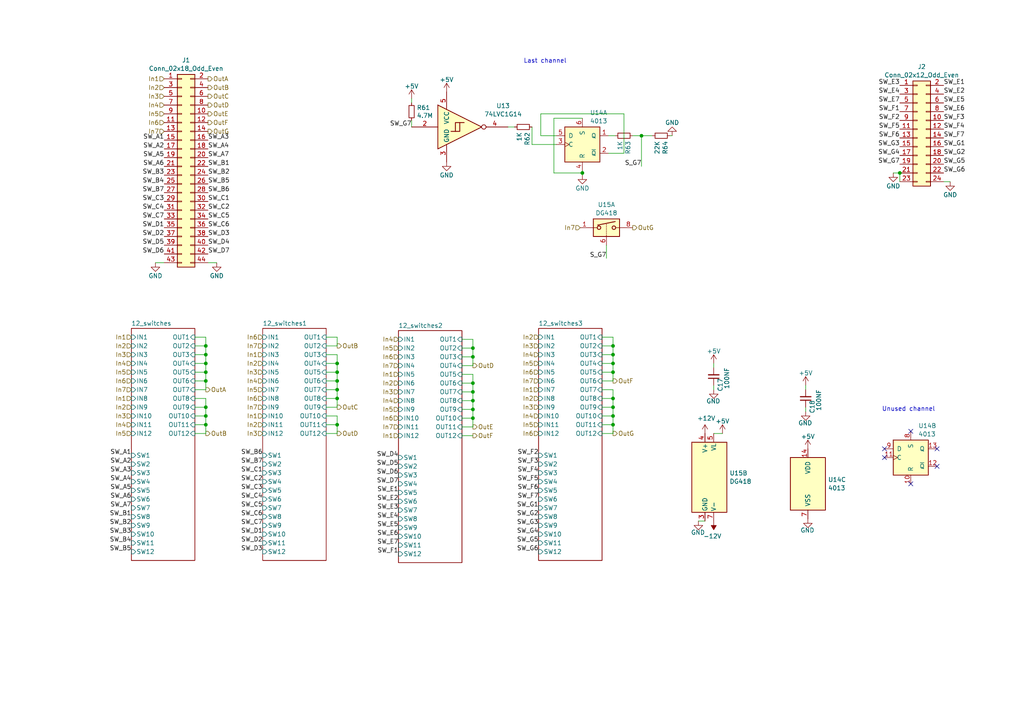
<source format=kicad_sch>
(kicad_sch (version 20231120) (generator "eeschema") (generator_version "8.0")
  (paper "A4")
  (lib_symbols
    (symbol "4xxx:4013" (pin_names (offset 1.016))
      (property "Reference" "U" (at -7.62 8.89 0))
      (property "Value" "4013" (at -7.62 -8.89 0))
      (symbol "4013_1_1"
        (rectangle (start -5.08 5.08) (end 5.08 -5.08) (stroke (width 0.254)) (fill (type background)))
        (pin output line (at 7.62 2.54 180) (length 2.54) (name "Q") (number "1"))
        (pin output line (at 7.62 -2.54 180) (length 2.54) (name "~{Q}") (number "2"))
        (pin input clock (at -7.62 0 0) (length 2.54) (name "C") (number "3"))
        (pin input line (at 0 -7.62 90) (length 2.54) (name "R") (number "4"))
        (pin input line (at -7.62 2.54 0) (length 2.54) (name "D") (number "5"))
        (pin input line (at 0 7.62 270) (length 2.54) (name "S") (number "6"))
      )
      (symbol "4013_2_1"
        (rectangle (start -5.08 5.08) (end 5.08 -5.08) (stroke (width 0.254)) (fill (type background)))
        (pin input line (at 0 -7.62 90) (length 2.54) (name "R") (number "10"))
        (pin input clock (at -7.62 0 0) (length 2.54) (name "C") (number "11"))
        (pin output line (at 7.62 -2.54 180) (length 2.54) (name "~{Q}") (number "12"))
        (pin output line (at 7.62 2.54 180) (length 2.54) (name "Q") (number "13"))
        (pin input line (at 0 7.62 270) (length 2.54) (name "S") (number "8"))
        (pin input line (at -7.62 2.54 0) (length 2.54) (name "D") (number "9"))
      )
      (symbol "4013_3_0"
        (pin power_in line (at 0 10.16 270) (length 2.54) (name "VDD") (number "14"))
        (pin power_in line (at 0 -10.16 90) (length 2.54) (name "VSS") (number "7"))
      )
      (symbol "4013_3_1"
        (rectangle (start -5.08 7.62) (end 5.08 -7.62) (stroke (width 0.254)) (fill (type background)))
      )
    )
    (symbol "74xGxx:74LVC1G14"
      (property "Reference" "U" (at 0 3.81 0))
      (property "Value" "74LVC1G14" (at 0 -3.81 0))
      (symbol "74LVC1G14_0_1"
        (polyline (pts (xy -7.62 6.35) (xy -7.62 -6.35) (xy 5.08 0) (xy -7.62 6.35)) (stroke (width 0.254)) (fill (type background)))
      )
      (symbol "74LVC1G14_1_1"
        (polyline (pts (xy -3.81 -1.27) (xy -1.27 -1.27) (xy -1.27 1.27)) (stroke (width 0.254)))
        (polyline (pts (xy -2.54 -1.27) (xy -2.54 1.27) (xy 0 1.27)) (stroke (width 0.254)))
        (pin no_connect line (at -7.62 5.08 180) (length 5.08) hide (name "NC") (number "1"))
        (pin input line (at -15.24 0 0) (length 7.62) (name "~") (number "2"))
        (pin power_in line (at -5.08 -10.16 90) (length 5.08) (name "GND") (number "3"))
        (pin output inverted (at 12.7 0 180) (length 7.62) (name "~") (number "4"))
        (pin power_in line (at -5.08 10.16 270) (length 5.08) (name "VCC") (number "5"))
      )
    )
    (symbol "Analog_Switch:ADG417BN" (pin_names (offset 0.254))
      (property "Reference" "U" (at -3.175 5.334 0))
      (property "Value" "ADG417BN" (at -3.175 3.556 0))
      (symbol "ADG417BN_1_1"
        (rectangle (start -3.81 2.54) (end 3.81 -2.54) (stroke (width 0.254)) (fill (type background)))
        (circle (center -2.159 0) (radius 0.508) (stroke (width 0.254)))
        (polyline (pts (xy -5.08 0) (xy -2.794 0)))
        (polyline (pts (xy -2.54 0.762) (xy 2.54 1.778)) (stroke (width 0.254)))
        (polyline (pts (xy 0 -2.54) (xy 0 -2.032)))
        (polyline (pts (xy 0 -1.778) (xy 0 -1.524)))
        (polyline (pts (xy 0 -1.27) (xy 0 -1.016)))
        (polyline (pts (xy 0 -0.762) (xy 0 -0.508)))
        (polyline (pts (xy 0 -0.254) (xy 0 0)))
        (polyline (pts (xy 0 0.254) (xy 0 0.508)))
        (polyline (pts (xy 0 0.762) (xy 0 1.016)))
        (polyline (pts (xy 5.08 0) (xy 2.794 0)))
        (circle (center 2.159 0) (radius 0.508) (stroke (width 0.254)))
        (pin passive line (at -7.62 0 0) (length 2.54) (name "~") (number "1"))
        (pin input line (at 0 -5.08 90) (length 2.54) (name "~") (number "6"))
        (pin passive line (at 7.62 0 180) (length 2.54) (name "~") (number "8"))
      )
      (symbol "ADG417BN_2_0"
        (pin no_connect line (at -2.54 10.16 270) (length 2.54) hide (name "NC") (number "2"))
        (pin power_in line (at 0 -12.7 90) (length 2.54) (name "GND") (number "3"))
        (pin power_in line (at 0 12.7 270) (length 2.54) (name "V+") (number "4"))
        (pin power_in line (at 2.54 12.7 270) (length 2.54) (name "VL") (number "5"))
        (pin power_in line (at 2.54 -12.7 90) (length 2.54) (name "V-") (number "7"))
      )
      (symbol "ADG417BN_2_1"
        (rectangle (start -3.81 10.16) (end 6.35 -10.16) (stroke (width 0.254)) (fill (type background)))
      )
    )
    (symbol "Connector_Generic:Conn_02x12_Odd_Even" (pin_names (offset 1.016) hide)
      (property "Reference" "J" (at 1.27 15.24 0))
      (property "Value" "Conn_02x12_Odd_Even" (at 1.27 -17.78 0))
      (symbol "Conn_02x12_Odd_Even_1_1"
        (rectangle (start -1.27 -15.113) (end 0 -15.367) (stroke (width 0.1524)))
        (rectangle (start -1.27 -12.573) (end 0 -12.827) (stroke (width 0.1524)))
        (rectangle (start -1.27 -10.033) (end 0 -10.287) (stroke (width 0.1524)))
        (rectangle (start -1.27 -7.493) (end 0 -7.747) (stroke (width 0.1524)))
        (rectangle (start -1.27 -4.953) (end 0 -5.207) (stroke (width 0.1524)))
        (rectangle (start -1.27 -2.413) (end 0 -2.667) (stroke (width 0.1524)))
        (rectangle (start -1.27 0.127) (end 0 -0.127) (stroke (width 0.1524)))
        (rectangle (start -1.27 2.667) (end 0 2.413) (stroke (width 0.1524)))
        (rectangle (start -1.27 5.207) (end 0 4.953) (stroke (width 0.1524)))
        (rectangle (start -1.27 7.747) (end 0 7.493) (stroke (width 0.1524)))
        (rectangle (start -1.27 10.287) (end 0 10.033) (stroke (width 0.1524)))
        (rectangle (start -1.27 12.827) (end 0 12.573) (stroke (width 0.1524)))
        (rectangle (start -1.27 13.97) (end 3.81 -16.51) (stroke (width 0.254)) (fill (type background)))
        (rectangle (start 3.81 -15.113) (end 2.54 -15.367) (stroke (width 0.1524)))
        (rectangle (start 3.81 -12.573) (end 2.54 -12.827) (stroke (width 0.1524)))
        (rectangle (start 3.81 -10.033) (end 2.54 -10.287) (stroke (width 0.1524)))
        (rectangle (start 3.81 -7.493) (end 2.54 -7.747) (stroke (width 0.1524)))
        (rectangle (start 3.81 -4.953) (end 2.54 -5.207) (stroke (width 0.1524)))
        (rectangle (start 3.81 -2.413) (end 2.54 -2.667) (stroke (width 0.1524)))
        (rectangle (start 3.81 0.127) (end 2.54 -0.127) (stroke (width 0.1524)))
        (rectangle (start 3.81 2.667) (end 2.54 2.413) (stroke (width 0.1524)))
        (rectangle (start 3.81 5.207) (end 2.54 4.953) (stroke (width 0.1524)))
        (rectangle (start 3.81 7.747) (end 2.54 7.493) (stroke (width 0.1524)))
        (rectangle (start 3.81 10.287) (end 2.54 10.033) (stroke (width 0.1524)))
        (rectangle (start 3.81 12.827) (end 2.54 12.573) (stroke (width 0.1524)))
        (pin passive line (at -5.08 12.7 0) (length 3.81) (name "Pin_1") (number "1"))
        (pin passive line (at 7.62 2.54 180) (length 3.81) (name "Pin_10") (number "10"))
        (pin passive line (at -5.08 0 0) (length 3.81) (name "Pin_11") (number "11"))
        (pin passive line (at 7.62 0 180) (length 3.81) (name "Pin_12") (number "12"))
        (pin passive line (at -5.08 -2.54 0) (length 3.81) (name "Pin_13") (number "13"))
        (pin passive line (at 7.62 -2.54 180) (length 3.81) (name "Pin_14") (number "14"))
        (pin passive line (at -5.08 -5.08 0) (length 3.81) (name "Pin_15") (number "15"))
        (pin passive line (at 7.62 -5.08 180) (length 3.81) (name "Pin_16") (number "16"))
        (pin passive line (at -5.08 -7.62 0) (length 3.81) (name "Pin_17") (number "17"))
        (pin passive line (at 7.62 -7.62 180) (length 3.81) (name "Pin_18") (number "18"))
        (pin passive line (at -5.08 -10.16 0) (length 3.81) (name "Pin_19") (number "19"))
        (pin passive line (at 7.62 12.7 180) (length 3.81) (name "Pin_2") (number "2"))
        (pin passive line (at 7.62 -10.16 180) (length 3.81) (name "Pin_20") (number "20"))
        (pin passive line (at -5.08 -12.7 0) (length 3.81) (name "Pin_21") (number "21"))
        (pin passive line (at 7.62 -12.7 180) (length 3.81) (name "Pin_22") (number "22"))
        (pin passive line (at -5.08 -15.24 0) (length 3.81) (name "Pin_23") (number "23"))
        (pin passive line (at 7.62 -15.24 180) (length 3.81) (name "Pin_24") (number "24"))
        (pin passive line (at -5.08 10.16 0) (length 3.81) (name "Pin_3") (number "3"))
        (pin passive line (at 7.62 10.16 180) (length 3.81) (name "Pin_4") (number "4"))
        (pin passive line (at -5.08 7.62 0) (length 3.81) (name "Pin_5") (number "5"))
        (pin passive line (at 7.62 7.62 180) (length 3.81) (name "Pin_6") (number "6"))
        (pin passive line (at -5.08 5.08 0) (length 3.81) (name "Pin_7") (number "7"))
        (pin passive line (at 7.62 5.08 180) (length 3.81) (name "Pin_8") (number "8"))
        (pin passive line (at -5.08 2.54 0) (length 3.81) (name "Pin_9") (number "9"))
      )
    )
    (symbol "Connector_Generic:Conn_02x22_Odd_Even" (pin_names (offset 1.016) hide)
      (property "Reference" "J" (at 1.27 27.94 0))
      (property "Value" "Conn_02x22_Odd_Even" (at 1.27 -30.48 0))
      (symbol "Conn_02x22_Odd_Even_1_1"
        (rectangle (start -1.27 -27.813) (end 0 -28.067) (stroke (width 0.1524)))
        (rectangle (start -1.27 -25.273) (end 0 -25.527) (stroke (width 0.1524)))
        (rectangle (start -1.27 -22.733) (end 0 -22.987) (stroke (width 0.1524)))
        (rectangle (start -1.27 -20.193) (end 0 -20.447) (stroke (width 0.1524)))
        (rectangle (start -1.27 -17.653) (end 0 -17.907) (stroke (width 0.1524)))
        (rectangle (start -1.27 -15.113) (end 0 -15.367) (stroke (width 0.1524)))
        (rectangle (start -1.27 -12.573) (end 0 -12.827) (stroke (width 0.1524)))
        (rectangle (start -1.27 -10.033) (end 0 -10.287) (stroke (width 0.1524)))
        (rectangle (start -1.27 -7.493) (end 0 -7.747) (stroke (width 0.1524)))
        (rectangle (start -1.27 -4.953) (end 0 -5.207) (stroke (width 0.1524)))
        (rectangle (start -1.27 -2.413) (end 0 -2.667) (stroke (width 0.1524)))
        (rectangle (start -1.27 0.127) (end 0 -0.127) (stroke (width 0.1524)))
        (rectangle (start -1.27 2.667) (end 0 2.413) (stroke (width 0.1524)))
        (rectangle (start -1.27 5.207) (end 0 4.953) (stroke (width 0.1524)))
        (rectangle (start -1.27 7.747) (end 0 7.493) (stroke (width 0.1524)))
        (rectangle (start -1.27 10.287) (end 0 10.033) (stroke (width 0.1524)))
        (rectangle (start -1.27 12.827) (end 0 12.573) (stroke (width 0.1524)))
        (rectangle (start -1.27 15.367) (end 0 15.113) (stroke (width 0.1524)))
        (rectangle (start -1.27 17.907) (end 0 17.653) (stroke (width 0.1524)))
        (rectangle (start -1.27 20.447) (end 0 20.193) (stroke (width 0.1524)))
        (rectangle (start -1.27 22.987) (end 0 22.733) (stroke (width 0.1524)))
        (rectangle (start -1.27 25.527) (end 0 25.273) (stroke (width 0.1524)))
        (rectangle (start -1.27 26.67) (end 3.81 -29.21) (stroke (width 0.254)) (fill (type background)))
        (rectangle (start 3.81 -27.813) (end 2.54 -28.067) (stroke (width 0.1524)))
        (rectangle (start 3.81 -25.273) (end 2.54 -25.527) (stroke (width 0.1524)))
        (rectangle (start 3.81 -22.733) (end 2.54 -22.987) (stroke (width 0.1524)))
        (rectangle (start 3.81 -20.193) (end 2.54 -20.447) (stroke (width 0.1524)))
        (rectangle (start 3.81 -17.653) (end 2.54 -17.907) (stroke (width 0.1524)))
        (rectangle (start 3.81 -15.113) (end 2.54 -15.367) (stroke (width 0.1524)))
        (rectangle (start 3.81 -12.573) (end 2.54 -12.827) (stroke (width 0.1524)))
        (rectangle (start 3.81 -10.033) (end 2.54 -10.287) (stroke (width 0.1524)))
        (rectangle (start 3.81 -7.493) (end 2.54 -7.747) (stroke (width 0.1524)))
        (rectangle (start 3.81 -4.953) (end 2.54 -5.207) (stroke (width 0.1524)))
        (rectangle (start 3.81 -2.413) (end 2.54 -2.667) (stroke (width 0.1524)))
        (rectangle (start 3.81 0.127) (end 2.54 -0.127) (stroke (width 0.1524)))
        (rectangle (start 3.81 2.667) (end 2.54 2.413) (stroke (width 0.1524)))
        (rectangle (start 3.81 5.207) (end 2.54 4.953) (stroke (width 0.1524)))
        (rectangle (start 3.81 7.747) (end 2.54 7.493) (stroke (width 0.1524)))
        (rectangle (start 3.81 10.287) (end 2.54 10.033) (stroke (width 0.1524)))
        (rectangle (start 3.81 12.827) (end 2.54 12.573) (stroke (width 0.1524)))
        (rectangle (start 3.81 15.367) (end 2.54 15.113) (stroke (width 0.1524)))
        (rectangle (start 3.81 17.907) (end 2.54 17.653) (stroke (width 0.1524)))
        (rectangle (start 3.81 20.447) (end 2.54 20.193) (stroke (width 0.1524)))
        (rectangle (start 3.81 22.987) (end 2.54 22.733) (stroke (width 0.1524)))
        (rectangle (start 3.81 25.527) (end 2.54 25.273) (stroke (width 0.1524)))
        (pin passive line (at -5.08 25.4 0) (length 3.81) (name "Pin_1") (number "1"))
        (pin passive line (at 7.62 15.24 180) (length 3.81) (name "Pin_10") (number "10"))
        (pin passive line (at -5.08 12.7 0) (length 3.81) (name "Pin_11") (number "11"))
        (pin passive line (at 7.62 12.7 180) (length 3.81) (name "Pin_12") (number "12"))
        (pin passive line (at -5.08 10.16 0) (length 3.81) (name "Pin_13") (number "13"))
        (pin passive line (at 7.62 10.16 180) (length 3.81) (name "Pin_14") (number "14"))
        (pin passive line (at -5.08 7.62 0) (length 3.81) (name "Pin_15") (number "15"))
        (pin passive line (at 7.62 7.62 180) (length 3.81) (name "Pin_16") (number "16"))
        (pin passive line (at -5.08 5.08 0) (length 3.81) (name "Pin_17") (number "17"))
        (pin passive line (at 7.62 5.08 180) (length 3.81) (name "Pin_18") (number "18"))
        (pin passive line (at -5.08 2.54 0) (length 3.81) (name "Pin_19") (number "19"))
        (pin passive line (at 7.62 25.4 180) (length 3.81) (name "Pin_2") (number "2"))
        (pin passive line (at 7.62 2.54 180) (length 3.81) (name "Pin_20") (number "20"))
        (pin passive line (at -5.08 0 0) (length 3.81) (name "Pin_21") (number "21"))
        (pin passive line (at 7.62 0 180) (length 3.81) (name "Pin_22") (number "22"))
        (pin passive line (at -5.08 -2.54 0) (length 3.81) (name "Pin_23") (number "23"))
        (pin passive line (at 7.62 -2.54 180) (length 3.81) (name "Pin_24") (number "24"))
        (pin passive line (at -5.08 -5.08 0) (length 3.81) (name "Pin_25") (number "25"))
        (pin passive line (at 7.62 -5.08 180) (length 3.81) (name "Pin_26") (number "26"))
        (pin passive line (at -5.08 -7.62 0) (length 3.81) (name "Pin_27") (number "27"))
        (pin passive line (at 7.62 -7.62 180) (length 3.81) (name "Pin_28") (number "28"))
        (pin passive line (at -5.08 -10.16 0) (length 3.81) (name "Pin_29") (number "29"))
        (pin passive line (at -5.08 22.86 0) (length 3.81) (name "Pin_3") (number "3"))
        (pin passive line (at 7.62 -10.16 180) (length 3.81) (name "Pin_30") (number "30"))
        (pin passive line (at -5.08 -12.7 0) (length 3.81) (name "Pin_31") (number "31"))
        (pin passive line (at 7.62 -12.7 180) (length 3.81) (name "Pin_32") (number "32"))
        (pin passive line (at -5.08 -15.24 0) (length 3.81) (name "Pin_33") (number "33"))
        (pin passive line (at 7.62 -15.24 180) (length 3.81) (name "Pin_34") (number "34"))
        (pin passive line (at -5.08 -17.78 0) (length 3.81) (name "Pin_35") (number "35"))
        (pin passive line (at 7.62 -17.78 180) (length 3.81) (name "Pin_36") (number "36"))
        (pin passive line (at -5.08 -20.32 0) (length 3.81) (name "Pin_37") (number "37"))
        (pin passive line (at 7.62 -20.32 180) (length 3.81) (name "Pin_38") (number "38"))
        (pin passive line (at -5.08 -22.86 0) (length 3.81) (name "Pin_39") (number "39"))
        (pin passive line (at 7.62 22.86 180) (length 3.81) (name "Pin_4") (number "4"))
        (pin passive line (at 7.62 -22.86 180) (length 3.81) (name "Pin_40") (number "40"))
        (pin passive line (at -5.08 -25.4 0) (length 3.81) (name "Pin_41") (number "41"))
        (pin passive line (at 7.62 -25.4 180) (length 3.81) (name "Pin_42") (number "42"))
        (pin passive line (at -5.08 -27.94 0) (length 3.81) (name "Pin_43") (number "43"))
        (pin passive line (at 7.62 -27.94 180) (length 3.81) (name "Pin_44") (number "44"))
        (pin passive line (at -5.08 20.32 0) (length 3.81) (name "Pin_5") (number "5"))
        (pin passive line (at 7.62 20.32 180) (length 3.81) (name "Pin_6") (number "6"))
        (pin passive line (at -5.08 17.78 0) (length 3.81) (name "Pin_7") (number "7"))
        (pin passive line (at 7.62 17.78 180) (length 3.81) (name "Pin_8") (number "8"))
        (pin passive line (at -5.08 15.24 0) (length 3.81) (name "Pin_9") (number "9"))
      )
    )
    (symbol "Device:C_Small" (pin_numbers hide) (pin_names (offset 0.254) hide)
      (property "Reference" "C" (at 0.254 1.778 0))
      (property "Value" "C_Small" (at 0.254 -2.032 0))
      (symbol "C_Small_0_1"
        (polyline (pts (xy -1.524 -0.508) (xy 1.524 -0.508)) (stroke (width 0.3302)))
        (polyline (pts (xy -1.524 0.508) (xy 1.524 0.508)) (stroke (width 0.3048)))
      )
      (symbol "C_Small_1_1"
        (pin passive line (at 0 2.54 270) (length 2.032) (name "~") (number "1"))
        (pin passive line (at 0 -2.54 90) (length 2.032) (name "~") (number "2"))
      )
    )
    (symbol "Device:R_Small" (pin_numbers hide) (pin_names (offset 0.254) hide)
      (property "Reference" "R" (at 0.762 0.508 0))
      (property "Value" "R_Small" (at 0.762 -1.016 0))
      (symbol "R_Small_0_1"
        (rectangle (start -0.762 1.778) (end 0.762 -1.778) (stroke (width 0.2032)))
      )
      (symbol "R_Small_1_1"
        (pin passive line (at 0 2.54 270) (length 0.762) (name "~") (number "1"))
        (pin passive line (at 0 -2.54 90) (length 0.762) (name "~") (number "2"))
      )
    )
    (symbol "power:+12V" (power) (pin_names (offset 0))
      (property "Value" "+12V" (at 0 3.556 0))
      (symbol "+12V_0_1"
        (polyline (pts (xy -0.762 1.27) (xy 0 2.54)))
        (polyline (pts (xy 0 0) (xy 0 2.54)))
        (polyline (pts (xy 0 2.54) (xy 0.762 1.27)))
      )
      (symbol "+12V_1_1"
        (pin power_in line (at 0 0 90) (length 0) hide (name "+12V") (number "1"))
      )
    )
    (symbol "power:+5V" (power) (pin_names (offset 0))
      (property "Value" "+5V" (at 0 3.556 0))
      (symbol "+5V_0_1"
        (polyline (pts (xy -0.762 1.27) (xy 0 2.54)))
        (polyline (pts (xy 0 0) (xy 0 2.54)))
        (polyline (pts (xy 0 2.54) (xy 0.762 1.27)))
      )
      (symbol "+5V_1_1"
        (pin power_in line (at 0 0 90) (length 0) hide (name "+5V") (number "1"))
      )
    )
    (symbol "power:-12V" (power) (pin_names (offset 0))
      (property "Value" "-12V" (at 0 3.81 0))
      (symbol "-12V_0_0"
        (pin power_in line (at 0 0 90) (length 0) hide (name "-12V") (number "1"))
      )
      (symbol "-12V_0_1"
        (polyline (pts (xy 0 0) (xy 0 1.27) (xy 0.762 1.27) (xy 0 2.54) (xy -0.762 1.27) (xy 0 1.27)) (fill (type outline)))
      )
    )
    (symbol "power:GND" (power) (pin_names (offset 0))
      (property "Value" "GND" (at 0 -3.81 0))
      (symbol "GND_0_1"
        (polyline (pts (xy 0 0) (xy 0 -1.27) (xy 1.27 -1.27) (xy 0 -2.54) (xy -1.27 -1.27) (xy 0 -1.27)))
      )
      (symbol "GND_1_1"
        (pin power_in line (at 0 0 270) (length 0) hide (name "GND") (number "1"))
      )
    )
    (symbol "touch-rescue:GND-power-allcolours_analogue-rescue" (power) (pin_names (offset 0))
      (property "Value" "GND-power-allcolours_analogue-rescue" (at 0 -3.81 0))
      (symbol "GND-power-allcolours_analogue-rescue_0_1"
        (polyline (pts (xy 0 0) (xy 0 -1.27) (xy 1.27 -1.27) (xy 0 -2.54) (xy -1.27 -1.27) (xy 0 -1.27)))
      )
      (symbol "GND-power-allcolours_analogue-rescue_1_1"
        (pin power_in line (at 0 0 270) (length 0) hide (name "GND") (number "1"))
      )
    )
  )
  (junction (at 137.16 121.285))
  (junction (at 137.16 100.965))
  (junction (at 137.16 111.125))
  (junction (at 177.8 105.41))
  (junction (at 177.8 120.65))
  (junction (at 59.69 107.95))
  (junction (at 168.91 50.165))
  (junction (at 97.79 123.19))
  (junction (at 59.69 118.11))
  (junction (at 137.16 116.205))
  (junction (at 59.69 110.49))
  (junction (at 137.16 103.505))
  (junction (at 97.79 115.57))
  (junction (at 137.16 118.745))
  (junction (at 97.79 107.95))
  (junction (at 97.79 105.41))
  (junction (at 59.69 105.41))
  (junction (at 59.69 120.65))
  (junction (at 59.69 102.87))
  (junction (at 137.16 113.665))
  (junction (at 177.8 115.57))
  (junction (at 97.79 110.49))
  (junction (at 177.8 118.11))
  (junction (at 260.985 50.165))
  (junction (at 59.69 100.33))
  (junction (at 177.8 100.33))
  (junction (at 177.8 107.95))
  (junction (at 59.69 123.19))
  (junction (at 177.8 123.19))
  (junction (at 186.055 39.37))
  (junction (at 97.79 113.03))
  (junction (at 177.8 102.87))
  (no_connect (at 256.54 132.715))
  (no_connect (at 256.54 130.175))
  (no_connect (at 264.16 125.095))
  (no_connect (at 271.78 135.255))
  (no_connect (at 271.78 130.175))
  (no_connect (at 264.16 140.335))
  (wire (pts (xy 137.16 121.285) (xy 137.16 123.825)))
  (wire (pts (xy 177.8 105.41) (xy 177.8 107.95)))
  (wire (pts (xy 177.8 123.19) (xy 177.8 125.73)))
  (wire (pts (xy 154.305 41.91) (xy 161.29 41.91)))
  (wire (pts (xy 275.59 52.705) (xy 273.685 52.705)))
  (wire (pts (xy 137.16 113.665) (xy 137.16 116.205)))
  (wire (pts (xy 59.69 118.11) (xy 59.69 120.65)))
  (wire (pts (xy 56.515 123.19) (xy 59.69 123.19)))
  (wire (pts (xy 94.615 97.79) (xy 97.79 97.79)))
  (wire (pts (xy 174.625 120.65) (xy 177.8 120.65)))
  (wire (pts (xy 233.68 118.11) (xy 233.68 119.38)))
  (wire (pts (xy 177.8 100.33) (xy 177.8 102.87)))
  (wire (pts (xy 59.69 115.57) (xy 59.69 118.11)))
  (wire (pts (xy 176.53 44.45) (xy 180.975 44.45)))
  (wire (pts (xy 133.985 121.285) (xy 137.16 121.285)))
  (wire (pts (xy 56.515 105.41) (xy 59.69 105.41)))
  (wire (pts (xy 174.625 107.95) (xy 177.8 107.95)))
  (wire (pts (xy 59.69 100.33) (xy 59.69 102.87)))
  (wire (pts (xy 94.615 110.49) (xy 97.79 110.49)))
  (wire (pts (xy 94.615 105.41) (xy 97.79 105.41)))
  (wire (pts (xy 97.79 102.87) (xy 97.79 105.41)))
  (wire (pts (xy 97.79 120.65) (xy 97.79 123.19)))
  (wire (pts (xy 97.79 107.95) (xy 97.79 110.49)))
  (wire (pts (xy 133.985 111.125) (xy 137.16 111.125)))
  (wire (pts (xy 59.69 125.73) (xy 56.515 125.73)))
  (wire (pts (xy 59.69 107.95) (xy 59.69 110.49)))
  (wire (pts (xy 137.16 123.825) (xy 133.985 123.825)))
  (wire (pts (xy 177.8 118.11) (xy 177.8 120.65)))
  (wire (pts (xy 119.38 34.925) (xy 119.38 36.83)))
  (wire (pts (xy 94.615 120.65) (xy 97.79 120.65)))
  (wire (pts (xy 56.515 118.11) (xy 59.69 118.11)))
  (wire (pts (xy 207.01 111.76) (xy 207.01 113.03)))
  (wire (pts (xy 174.625 110.49) (xy 177.8 110.49)))
  (wire (pts (xy 177.8 102.87) (xy 177.8 105.41)))
  (wire (pts (xy 137.16 98.425) (xy 137.16 100.965)))
  (wire (pts (xy 94.615 107.95) (xy 97.79 107.95)))
  (wire (pts (xy 259.08 50.165) (xy 260.985 50.165)))
  (wire (pts (xy 133.985 98.425) (xy 137.16 98.425)))
  (wire (pts (xy 137.16 100.965) (xy 137.16 103.505)))
  (wire (pts (xy 94.615 125.73) (xy 97.79 125.73)))
  (wire (pts (xy 149.225 36.83) (xy 147.32 36.83)))
  (wire (pts (xy 56.515 100.33) (xy 59.69 100.33)))
  (wire (pts (xy 94.615 115.57) (xy 97.79 115.57)))
  (wire (pts (xy 156.845 39.37) (xy 161.29 39.37)))
  (wire (pts (xy 174.625 125.73) (xy 177.8 125.73)))
  (wire (pts (xy 59.69 110.49) (xy 59.69 113.03)))
  (wire (pts (xy 59.69 123.19) (xy 59.69 125.73)))
  (wire (pts (xy 233.68 111.76) (xy 233.68 113.03)))
  (wire (pts (xy 156.845 33.02) (xy 156.845 39.37)))
  (wire (pts (xy 97.79 97.79) (xy 97.79 100.33)))
  (wire (pts (xy 133.985 126.365) (xy 137.16 126.365)))
  (wire (pts (xy 56.515 120.65) (xy 59.69 120.65)))
  (wire (pts (xy 207.01 105.41) (xy 207.01 106.68)))
  (wire (pts (xy 137.16 111.125) (xy 137.16 113.665)))
  (wire (pts (xy 56.515 113.03) (xy 59.69 113.03)))
  (wire (pts (xy 177.8 120.65) (xy 177.8 123.19)))
  (wire (pts (xy 45.085 76.2) (xy 47.625 76.2)))
  (wire (pts (xy 174.625 100.33) (xy 177.8 100.33)))
  (wire (pts (xy 59.69 97.79) (xy 59.69 100.33)))
  (wire (pts (xy 94.615 113.03) (xy 97.79 113.03)))
  (wire (pts (xy 174.625 115.57) (xy 177.8 115.57)))
  (wire (pts (xy 168.91 50.165) (xy 168.91 50.8)))
  (wire (pts (xy 119.38 28.575) (xy 119.38 29.845)))
  (wire (pts (xy 160.655 34.29) (xy 168.91 34.29)))
  (wire (pts (xy 62.865 76.2) (xy 60.325 76.2)))
  (wire (pts (xy 154.305 36.83) (xy 154.305 41.91)))
  (wire (pts (xy 174.625 123.19) (xy 177.8 123.19)))
  (wire (pts (xy 97.79 110.49) (xy 97.79 113.03)))
  (wire (pts (xy 97.79 100.33) (xy 94.615 100.33)))
  (wire (pts (xy 176.53 39.37) (xy 178.435 39.37)))
  (wire (pts (xy 137.16 118.745) (xy 137.16 121.285)))
  (wire (pts (xy 174.625 113.03) (xy 177.8 113.03)))
  (wire (pts (xy 59.69 105.41) (xy 59.69 107.95)))
  (wire (pts (xy 175.895 74.93) (xy 175.895 71.12)))
  (wire (pts (xy 97.79 113.03) (xy 97.79 115.57)))
  (wire (pts (xy 94.615 123.19) (xy 97.79 123.19)))
  (wire (pts (xy 160.655 50.165) (xy 168.91 50.165)))
  (wire (pts (xy 177.8 115.57) (xy 177.8 118.11)))
  (wire (pts (xy 202.565 151.13) (xy 204.47 151.13)))
  (wire (pts (xy 137.16 103.505) (xy 137.16 106.045)))
  (wire (pts (xy 97.79 115.57) (xy 97.79 118.11)))
  (wire (pts (xy 133.985 118.745) (xy 137.16 118.745)))
  (wire (pts (xy 56.515 107.95) (xy 59.69 107.95)))
  (wire (pts (xy 133.985 108.585) (xy 137.16 108.585)))
  (wire (pts (xy 56.515 102.87) (xy 59.69 102.87)))
  (wire (pts (xy 56.515 110.49) (xy 59.69 110.49)))
  (wire (pts (xy 137.16 116.205) (xy 137.16 118.745)))
  (wire (pts (xy 133.985 113.665) (xy 137.16 113.665)))
  (wire (pts (xy 56.515 115.57) (xy 59.69 115.57)))
  (wire (pts (xy 133.985 103.505) (xy 137.16 103.505)))
  (wire (pts (xy 59.69 120.65) (xy 59.69 123.19)))
  (wire (pts (xy 133.985 106.045) (xy 137.16 106.045)))
  (wire (pts (xy 59.69 102.87) (xy 59.69 105.41)))
  (wire (pts (xy 194.31 39.37) (xy 194.945 39.37)))
  (wire (pts (xy 177.8 97.79) (xy 177.8 100.33)))
  (wire (pts (xy 168.91 49.53) (xy 168.91 50.165)))
  (wire (pts (xy 183.515 39.37) (xy 186.055 39.37)))
  (wire (pts (xy 174.625 102.87) (xy 177.8 102.87)))
  (wire (pts (xy 177.8 113.03) (xy 177.8 115.57)))
  (wire (pts (xy 177.8 107.95) (xy 177.8 110.49)))
  (wire (pts (xy 137.16 108.585) (xy 137.16 111.125)))
  (wire (pts (xy 133.985 116.205) (xy 137.16 116.205)))
  (wire (pts (xy 94.615 102.87) (xy 97.79 102.87)))
  (wire (pts (xy 186.055 39.37) (xy 189.23 39.37)))
  (wire (pts (xy 160.655 34.29) (xy 160.655 50.165)))
  (wire (pts (xy 186.055 39.37) (xy 186.055 48.26)))
  (wire (pts (xy 209.55 125.73) (xy 207.01 125.73)))
  (wire (pts (xy 97.79 105.41) (xy 97.79 107.95)))
  (wire (pts (xy 156.845 33.02) (xy 180.975 33.02)))
  (wire (pts (xy 56.515 97.79) (xy 59.69 97.79)))
  (wire (pts (xy 174.625 105.41) (xy 177.8 105.41)))
  (wire (pts (xy 260.985 50.165) (xy 260.985 52.705)))
  (wire (pts (xy 97.79 125.73) (xy 97.79 123.19)))
  (wire (pts (xy 133.985 100.965) (xy 137.16 100.965)))
  (wire (pts (xy 97.79 118.11) (xy 94.615 118.11)))
  (wire (pts (xy 180.975 44.45) (xy 180.975 33.02)))
  (wire (pts (xy 174.625 97.79) (xy 177.8 97.79)))
  (wire (pts (xy 174.625 118.11) (xy 177.8 118.11)))
  (text "Unused channel\n" (at 263.525 118.745 0) (effects (font (size 1.27 1.27))))
  (text "Last channel" (at 158.115 17.78 0) (effects (font (size 1.27 1.27))))
  (label "SW_A6" (at 47.625 48.26 180))
  (label "SW_G1" (at 273.685 42.545 0))
  (label "SW_A2" (at 38.1 134.62 180))
  (label "SW_B4" (at 47.625 53.34 180))
  (label "SW_C2" (at 76.2 139.7 180))
  (label "SW_G4" (at 260.985 45.085 180))
  (label "SW_A5" (at 38.1 142.24 180))
  (label "SW_A3" (at 60.325 40.64 0))
  (label "SW_C2" (at 60.325 60.96 0))
  (label "SW_B3" (at 38.1 154.94 180))
  (label "SW_A5" (at 47.625 45.72 180))
  (label "SW_D4" (at 115.57 132.715 180))
  (label "SW_G5" (at 156.21 157.48 180))
  (label "SW_F5" (at 260.985 37.465 180))
  (label "SW_E7" (at 260.985 29.845 180))
  (label "SW_C1" (at 76.2 137.16 180))
  (label "SW_G3" (at 156.21 152.4 180))
  (label "SW_B3" (at 47.625 50.8 180))
  (label "SW_E3" (at 115.57 147.955 180))
  (label "SW_D5" (at 115.57 135.255 180))
  (label "SW_C3" (at 76.2 142.24 180))
  (label "SW_C4" (at 76.2 144.78 180))
  (label "SW_B7" (at 47.625 55.88 180))
  (label "SW_F6" (at 156.21 142.24 180))
  (label "SW_A2" (at 47.625 43.18 180))
  (label "SW_G1" (at 156.21 147.32 180))
  (label "SW_D7" (at 115.57 140.335 180))
  (label "SW_G3" (at 260.985 42.545 180))
  (label "SW_E4" (at 260.985 27.305 180))
  (label "SW_F5" (at 156.21 139.7 180))
  (label "SW_D6" (at 115.57 137.795 180))
  (label "SW_B2" (at 60.325 50.8 0))
  (label "SW_E2" (at 115.57 145.415 180))
  (label "SW_E4" (at 115.57 150.495 180))
  (label "SW_B6" (at 60.325 55.88 0))
  (label "SW_F1" (at 260.985 32.385 180))
  (label "SW_C6" (at 60.325 66.04 0))
  (label "SW_F2" (at 156.21 132.08 180))
  (label "SW_A4" (at 60.325 43.18 0))
  (label "SW_D3" (at 76.2 160.02 180))
  (label "SW_E7" (at 115.57 158.115 180))
  (label "SW_A4" (at 38.1 139.7 180))
  (label "SW_B7" (at 76.2 134.62 180))
  (label "SW_C7" (at 76.2 152.4 180))
  (label "SW_D7" (at 60.325 73.66 0))
  (label "SW_B1" (at 60.325 48.26 0))
  (label "SW_D2" (at 76.2 157.48 180))
  (label "SW_G6" (at 273.685 50.165 0))
  (label "SW_B4" (at 38.1 157.48 180))
  (label "SW_F6" (at 260.985 40.005 180))
  (label "SW_G2" (at 156.21 149.86 180))
  (label "SW_B6" (at 76.2 132.08 180))
  (label "SW_G4" (at 156.21 154.94 180))
  (label "SW_B2" (at 38.1 152.4 180))
  (label "S_G7" (at 175.895 74.93 180))
  (label "SW_C5" (at 76.2 147.32 180))
  (label "SW_G2" (at 273.685 45.085 0))
  (label "SW_C7" (at 47.625 63.5 180))
  (label "SW_G7" (at 119.38 36.83 180))
  (label "SW_A1" (at 38.1 132.08 180))
  (label "SW_A6" (at 38.1 144.78 180))
  (label "SW_A7" (at 38.1 147.32 180))
  (label "SW_F1" (at 115.57 160.655 180))
  (label "SW_B5" (at 38.1 160.02 180))
  (label "S_G7" (at 186.055 48.26 180))
  (label "SW_F3" (at 273.685 34.925 0))
  (label "SW_A1" (at 47.625 40.64 180))
  (label "SW_F4" (at 156.21 137.16 180))
  (label "SW_C1" (at 60.325 58.42 0))
  (label "SW_E3" (at 260.985 24.765 180))
  (label "SW_E2" (at 273.685 27.305 0))
  (label "SW_F2" (at 260.985 34.925 180))
  (label "SW_F7" (at 156.21 144.78 180))
  (label "SW_E1" (at 273.685 24.765 0))
  (label "SW_A7" (at 60.325 45.72 0))
  (label "SW_G7" (at 260.985 47.625 180))
  (label "SW_D2" (at 47.625 68.58 180))
  (label "SW_G6" (at 156.21 160.02 180))
  (label "SW_B1" (at 38.1 149.86 180))
  (label "SW_E5" (at 115.57 153.035 180))
  (label "SW_C3" (at 47.625 58.42 180))
  (label "SW_E6" (at 273.685 32.385 0))
  (label "SW_G5" (at 273.685 47.625 0))
  (label "SW_A3" (at 38.1 137.16 180))
  (label "SW_C6" (at 76.2 149.86 180))
  (label "SW_E1" (at 115.57 142.875 180))
  (label "SW_D4" (at 60.325 71.12 0))
  (label "SW_C4" (at 47.625 60.96 180))
  (label "SW_E5" (at 273.685 29.845 0))
  (label "SW_D1" (at 76.2 154.94 180))
  (label "SW_F7" (at 273.685 40.005 0))
  (label "SW_F4" (at 273.685 37.465 0))
  (label "SW_D6" (at 47.625 73.66 180))
  (label "SW_F3" (at 156.21 134.62 180))
  (label "SW_B5" (at 60.325 53.34 0))
  (label "SW_C5" (at 60.325 63.5 0))
  (label "SW_D1" (at 47.625 66.04 180))
  (label "SW_E6" (at 115.57 155.575 180))
  (label "SW_D5" (at 47.625 71.12 180))
  (label "SW_D3" (at 60.325 68.58 0))
  (hierarchical_label "In1" (shape input) (at 115.57 126.365 180))
  (hierarchical_label "In5" (shape input) (at 38.1 125.73 180))
  (hierarchical_label "OutD" (shape output) (at 60.325 30.48 0))
  (hierarchical_label "In1" (shape input) (at 76.2 120.65 180))
  (hierarchical_label "OutB" (shape output) (at 59.69 125.73 0))
  (hierarchical_label "In4" (shape input) (at 115.57 98.425 180))
  (hierarchical_label "In4" (shape input) (at 38.1 123.19 180))
  (hierarchical_label "In4" (shape input) (at 156.21 102.87 180))
  (hierarchical_label "In3" (shape input) (at 156.21 100.33 180))
  (hierarchical_label "In6" (shape input) (at 76.2 97.79 180))
  (hierarchical_label "OutA" (shape output) (at 60.325 22.86 0))
  (hierarchical_label "OutE" (shape output) (at 60.325 33.02 0))
  (hierarchical_label "In4" (shape input) (at 76.2 110.49 180))
  (hierarchical_label "In3" (shape input) (at 47.625 27.94 180))
  (hierarchical_label "OutF" (shape output) (at 60.325 35.56 0))
  (hierarchical_label "In2" (shape input) (at 76.2 105.41 180))
  (hierarchical_label "In2" (shape input) (at 38.1 118.11 180))
  (hierarchical_label "In2" (shape input) (at 76.2 123.19 180))
  (hierarchical_label "In1" (shape input) (at 38.1 115.57 180))
  (hierarchical_label "OutD" (shape output) (at 137.16 106.045 0))
  (hierarchical_label "In4" (shape input) (at 38.1 105.41 180))
  (hierarchical_label "In3" (shape input) (at 156.21 118.11 180))
  (hierarchical_label "OutD" (shape output) (at 97.79 125.73 0))
  (hierarchical_label "In3" (shape input) (at 115.57 113.665 180))
  (hierarchical_label "In7" (shape input) (at 156.21 110.49 180))
  (hierarchical_label "OutG" (shape output) (at 183.515 66.04 0))
  (hierarchical_label "In5" (shape input) (at 115.57 118.745 180))
  (hierarchical_label "In3" (shape input) (at 76.2 125.73 180))
  (hierarchical_label "In7" (shape input) (at 168.275 66.04 180))
  (hierarchical_label "In6" (shape input) (at 76.2 115.57 180))
  (hierarchical_label "In4" (shape input) (at 156.21 120.65 180))
  (hierarchical_label "In4" (shape input) (at 47.625 30.48 180))
  (hierarchical_label "In6" (shape input) (at 115.57 121.285 180))
  (hierarchical_label "In5" (shape input) (at 38.1 107.95 180))
  (hierarchical_label "In6" (shape input) (at 47.625 35.56 180))
  (hierarchical_label "In2" (shape input) (at 115.57 111.125 180))
  (hierarchical_label "OutB" (shape output) (at 97.79 100.33 0))
  (hierarchical_label "In1" (shape input) (at 76.2 102.87 180))
  (hierarchical_label "In3" (shape input) (at 38.1 120.65 180))
  (hierarchical_label "In1" (shape input) (at 38.1 97.79 180))
  (hierarchical_label "In1" (shape input) (at 115.57 108.585 180))
  (hierarchical_label "In5" (shape input) (at 76.2 113.03 180))
  (hierarchical_label "OutC" (shape output) (at 97.79 118.11 0))
  (hierarchical_label "OutC" (shape output) (at 60.325 27.94 0))
  (hierarchical_label "In6" (shape input) (at 156.21 125.73 180))
  (hierarchical_label "In5" (shape input) (at 156.21 123.19 180))
  (hierarchical_label "In5" (shape input) (at 115.57 100.965 180))
  (hierarchical_label "In2" (shape input) (at 156.21 97.79 180))
  (hierarchical_label "OutE" (shape output) (at 137.16 123.825 0))
  (hierarchical_label "In2" (shape input) (at 38.1 100.33 180))
  (hierarchical_label "In6" (shape input) (at 38.1 110.49 180))
  (hierarchical_label "In6" (shape input) (at 156.21 107.95 180))
  (hierarchical_label "In3" (shape input) (at 76.2 107.95 180))
  (hierarchical_label "In3" (shape input) (at 38.1 102.87 180))
  (hierarchical_label "In7" (shape input) (at 115.57 106.045 180))
  (hierarchical_label "In1" (shape input) (at 156.21 113.03 180))
  (hierarchical_label "In2" (shape input) (at 156.21 115.57 180))
  (hierarchical_label "OutA" (shape output) (at 59.69 113.03 0))
  (hierarchical_label "OutF" (shape output) (at 137.16 126.365 0))
  (hierarchical_label "In1" (shape input) (at 47.625 22.86 180))
  (hierarchical_label "OutG" (shape output) (at 60.325 38.1 0))
  (hierarchical_label "In7" (shape input) (at 115.57 123.825 180))
  (hierarchical_label "In7" (shape input) (at 38.1 113.03 180))
  (hierarchical_label "In5" (shape input) (at 156.21 105.41 180))
  (hierarchical_label "In7" (shape input) (at 76.2 118.11 180))
  (hierarchical_label "In5" (shape input) (at 47.625 33.02 180))
  (hierarchical_label "In2" (shape input) (at 47.625 25.4 180))
  (hierarchical_label "OutF" (shape output) (at 177.8 110.49 0))
  (hierarchical_label "In6" (shape input) (at 115.57 103.505 180))
  (hierarchical_label "In7" (shape input) (at 47.625 38.1 180))
  (hierarchical_label "OutB" (shape output) (at 60.325 25.4 0))
  (hierarchical_label "OutG" (shape output) (at 177.8 125.73 0))
  (hierarchical_label "In4" (shape input) (at 115.57 116.205 180))
  (hierarchical_label "In7" (shape input) (at 76.2 100.33 180))
  (symbol (lib_id "Connector_Generic:Conn_02x12_Odd_Even") (at 266.065 37.465 0) (unit 1)
    (property "Reference" "J2" (at 267.335 19.3505 0))
    (property "Value" "Conn_02x12_Odd_Even" (at 267.335 21.7748 0))
    (property "Footprint" "Connector_PinHeader_2.54mm:PinHeader_2x12_P2.54mm_Vertical" (effects (hide yes)))
    (property "Description" "Generic connector, double row, 02x12, odd/even pin numbering scheme (row 1 odd numbers, row 2 even numbers), script generated (kicad-library-utils/schlib/autogen/connector/)" (effects (hide yes)))
  )
  (symbol (lib_id "4xxx:4013") (at 234.315 140.335 0) (unit 3)
    (property "Reference" "U14" (at 240.157 139.1228 0) (effects (justify left)))
    (property "Value" "4013" (at 240.157 141.5471 0) (effects (justify left)))
    (property "Footprint" "Package_SO:SOIC-14_3.9x8.7mm_P1.27mm" (effects (hide yes)))
    (property "Datasheet" "http://www.onsemi.com/pub/Collateral/MC14013B-D.PDF" (effects (hide yes)))
    (property "Description" "Dual D  FlipFlop, Set & reset" (effects (hide yes)))
    (property "LCSC" "C347580" (effects (hide yes)))
  )
  (symbol (lib_id "74xGxx:74LVC1G14") (at 134.62 36.83 0) (unit 1)
    (property "Reference" "U13" (at 145.9253 30.685 0))
    (property "Value" "74LVC1G14" (at 145.9253 33.1093 0))
    (property "Footprint" "Package_TO_SOT_SMD:SOT-23-5" (effects (hide yes)))
    (property "Datasheet" "https://www.ti.com/lit/sg/scyt129e/scyt129e.pdf" (effects (hide yes)))
    (property "Description" "Single Schmitt NOT Gate, Low-Voltage CMOS" (effects (hide yes)))
    (property "LCSC" "C7835" (effects (hide yes)))
  )
  (symbol (lib_id "power:-12V") (at 207.01 151.13 180) (unit 1)
    (property "Reference" "#PWR0119" (effects (hide yes)))
    (property "Value" "-12V" (at 206.629 155.5242 0))
  )
  (symbol (lib_id "4xxx:4013") (at 168.91 41.91 0) (unit 1)
    (property "Reference" "U14" (at 171.1041 32.6855 0) (effects (justify left)))
    (property "Value" "4013" (at 171.1041 35.1098 0) (effects (justify left)))
    (property "Footprint" "Package_SO:SOIC-14_3.9x8.7mm_P1.27mm" (effects (hide yes)))
    (property "Datasheet" "http://www.onsemi.com/pub/Collateral/MC14013B-D.PDF" (effects (hide yes)))
    (property "Description" "Dual D  FlipFlop, Set & reset" (effects (hide yes)))
    (property "LCSC" "C347580" (effects (hide yes)))
  )
  (symbol (lib_id "Device:R_Small") (at 191.77 39.37 270) (unit 1)
    (property "Reference" "R64" (at 192.9384 40.8686 0) (effects (justify left)))
    (property "Value" "22K" (at 190.627 40.8686 0) (effects (justify left)))
    (property "Footprint" "Resistor_SMD:R_0805_2012Metric" (effects (hide yes)))
    (property "LCSC" "C17560" (effects (hide yes)))
  )
  (symbol (lib_id "Device:R_Small") (at 119.38 32.385 0) (unit 1)
    (property "Reference" "R61" (at 120.8786 31.2166 0) (effects (justify left)))
    (property "Value" "4.7M" (at 120.8786 33.528 0) (effects (justify left)))
    (property "Footprint" "Resistor_SMD:R_0805_2012Metric" (effects (hide yes)))
    (property "LCSC" "C17674" (effects (hide yes)))
  )
  (symbol (lib_id "power:GND") (at 202.565 151.13 0) (unit 1)
    (property "Reference" "#PWR0115" (effects (hide yes)))
    (property "Value" "GND" (at 202.438 154.432 0))
  )
  (symbol (lib_id "Analog_Switch:ADG417BN") (at 175.895 66.04 0) (unit 1)
    (property "Reference" "U15" (at 175.895 59.3555 0))
    (property "Value" "DG418" (at 175.895 61.7798 0))
    (property "Footprint" "Package_SO:SOIC-8_3.9x4.9mm_P1.27mm" (effects (hide yes)))
    (property "Datasheet" "https://www.analog.com/media/en/technical-documentation/data-sheets/ADG417.pdf" (effects (hide yes)))
    (property "Description" "Single SPST Monolithic LC²MOS Analog Switch, normally OFF, 25Ohm Ron, DIP-8" (effects (hide yes)))
    (property "LCSC" "C2673176" (effects (hide yes)))
  )
  (symbol (lib_id "power:GND") (at 207.01 113.03 0) (unit 1)
    (property "Reference" "#PWR0118" (effects (hide yes)))
    (property "Value" "GND" (at 206.883 116.332 0))
  )
  (symbol (lib_id "touch-rescue:GND-power-allcolours_analogue-rescue") (at 168.91 50.8 0) (unit 1)
    (property "Reference" "#PWR0113" (effects (hide yes)))
    (property "Value" "GND" (at 168.91 54.61 0))
  )
  (symbol (lib_id "power:+5V") (at 207.01 105.41 0) (unit 1)
    (property "Reference" "#PWR0117" (effects (hide yes)))
    (property "Value" "+5V" (at 207.01 101.854 0))
  )
  (symbol (lib_id "touch-rescue:GND-power-allcolours_analogue-rescue") (at 62.865 76.2 0) (unit 1)
    (property "Reference" "#PWR0109" (effects (hide yes)))
    (property "Value" "GND" (at 62.865 80.01 0))
  )
  (symbol (lib_id "Analog_Switch:ADG417BN") (at 204.47 138.43 0) (unit 2)
    (property "Reference" "U15" (at 211.582 137.2178 0) (effects (justify left)))
    (property "Value" "DG418" (at 211.582 139.6421 0) (effects (justify left)))
    (property "Footprint" "Package_SO:SOIC-8_3.9x4.9mm_P1.27mm" (effects (hide yes)))
    (property "Datasheet" "https://www.analog.com/media/en/technical-documentation/data-sheets/ADG417.pdf" (effects (hide yes)))
    (property "Description" "Single SPST Monolithic LC²MOS Analog Switch, normally OFF, 25Ohm Ron, DIP-8" (effects (hide yes)))
    (property "LCSC" "C2673176" (effects (hide yes)))
  )
  (symbol (lib_id "4xxx:4013") (at 264.16 132.715 0) (unit 2)
    (property "Reference" "U14" (at 266.3541 123.4905 0) (effects (justify left)))
    (property "Value" "4013" (at 266.3541 125.9148 0) (effects (justify left)))
    (property "Datasheet" "http://www.onsemi.com/pub/Collateral/MC14013B-D.PDF" (effects (hide yes)))
    (property "Description" "Dual D  FlipFlop, Set & reset" (effects (hide yes)))
    (property "LCSC" "C347580" (effects (hide yes)))
  )
  (symbol (lib_id "power:+12V") (at 204.47 125.73 0) (unit 1)
    (property "Reference" "#PWR0116" (effects (hide yes)))
    (property "Value" "+12V" (at 204.851 121.3358 0))
  )
  (symbol (lib_id "power:GND") (at 234.315 150.495 0) (unit 1)
    (property "Reference" "#PWR0124" (effects (hide yes)))
    (property "Value" "GND" (at 234.188 153.797 0))
  )
  (symbol (lib_id "Device:R_Small") (at 180.975 39.37 270) (unit 1)
    (property "Reference" "R63" (at 182.1434 40.8686 0) (effects (justify left)))
    (property "Value" "1K" (at 179.832 40.8686 0) (effects (justify left)))
    (property "Footprint" "Resistor_SMD:R_0805_2012Metric" (effects (hide yes)))
    (property "LCSC" "C17513" (effects (hide yes)))
  )
  (symbol (lib_id "power:+5V") (at 209.55 125.73 0) (unit 1)
    (property "Reference" "#PWR0120" (effects (hide yes)))
    (property "Value" "+5V" (at 209.55 122.174 0))
  )
  (symbol (lib_id "power:GND") (at 194.945 39.37 180) (unit 1)
    (property "Reference" "#PWR0114" (effects (hide yes)))
    (property "Value" "GND" (at 194.945 35.56 0))
  )
  (symbol (lib_id "Device:C_Small") (at 207.01 109.22 180) (unit 1)
    (property "Reference" "C17" (at 208.915 111.633 90))
    (property "Value" "100NF" (at 210.82 109.728 90))
    (property "Footprint" "Capacitor_SMD:C_0805_2012Metric" (effects (hide yes)))
    (property "LCSC" "C28233" (effects (hide yes)))
  )
  (symbol (lib_id "touch-rescue:GND-power-allcolours_analogue-rescue") (at 275.59 52.705 0) (unit 1)
    (property "Reference" "#PWR0126" (effects (hide yes)))
    (property "Value" "GND" (at 275.59 56.515 0))
  )
  (symbol (lib_id "power:+5V") (at 119.38 28.575 0) (unit 1)
    (property "Reference" "#PWR0110" (effects (hide yes)))
    (property "Value" "+5V" (at 119.38 25.019 0))
  )
  (symbol (lib_id "power:GND") (at 233.68 119.38 0) (unit 1)
    (property "Reference" "#PWR0122" (effects (hide yes)))
    (property "Value" "GND" (at 233.553 122.682 0))
  )
  (symbol (lib_id "power:+5V") (at 129.54 26.67 0) (unit 1)
    (property "Reference" "#PWR0111" (effects (hide yes)))
    (property "Value" "+5V" (at 129.54 23.114 0))
  )
  (symbol (lib_id "touch-rescue:GND-power-allcolours_analogue-rescue") (at 45.085 76.2 0) (unit 1)
    (property "Reference" "#PWR0389" (effects (hide yes)))
    (property "Value" "GND" (at 45.085 80.01 0))
  )
  (symbol (lib_id "touch-rescue:GND-power-allcolours_analogue-rescue") (at 259.08 50.165 0) (unit 1)
    (property "Reference" "#PWR0125" (effects (hide yes)))
    (property "Value" "GND" (at 259.08 53.975 0))
  )
  (symbol (lib_id "Device:R_Small") (at 151.765 36.83 270) (unit 1)
    (property "Reference" "R62" (at 152.9334 38.3286 0) (effects (justify left)))
    (property "Value" "1K" (at 150.622 38.3286 0) (effects (justify left)))
    (property "Footprint" "Resistor_SMD:R_0805_2012Metric" (effects (hide yes)))
    (property "LCSC" "C17513" (effects (hide yes)))
  )
  (symbol (lib_id "Device:C_Small") (at 233.68 115.57 180) (unit 1)
    (property "Reference" "C18" (at 235.585 117.983 90))
    (property "Value" "100NF" (at 237.49 116.078 90))
    (property "Footprint" "Capacitor_SMD:C_0805_2012Metric" (effects (hide yes)))
    (property "LCSC" "C28233" (effects (hide yes)))
  )
  (symbol (lib_id "power:+5V") (at 233.68 111.76 0) (unit 1)
    (property "Reference" "#PWR0121" (effects (hide yes)))
    (property "Value" "+5V" (at 233.68 108.204 0))
  )
  (symbol (lib_id "Connector_Generic:Conn_02x22_Odd_Even") (at 52.705 48.26 0) (unit 1)
    (property "Reference" "J1" (at 53.975 17.4455 0))
    (property "Value" "Conn_02x18_Odd_Even" (at 53.975 19.8698 0))
    (property "Footprint" "Connector_PinHeader_2.54mm:PinHeader_2x22_P2.54mm_Vertical" (effects (hide yes)))
    (property "Description" "Generic connector, double row, 02x22, odd/even pin numbering scheme (row 1 odd numbers, row 2 even numbers), script generated (kicad-library-utils/schlib/autogen/connector/)" (effects (hide yes)))
  )
  (symbol (lib_id "power:+5V") (at 234.315 130.175 0) (unit 1)
    (property "Reference" "#PWR0123" (effects (hide yes)))
    (property "Value" "+5V" (at 234.315 126.619 0))
  )
  (symbol (lib_id "touch-rescue:GND-power-allcolours_analogue-rescue") (at 129.54 46.99 0) (unit 1)
    (property "Reference" "#PWR0112" (effects (hide yes)))
    (property "Value" "GND" (at 129.54 50.8 0))
  )
  (sheet (at 76.2 95.25) (size 18.415 67.31) (stroke (width 0.1524))
    (property "Sheetname" "12_switches1" (at 76.2 94.5384 0) (effects (justify left bottom)))
    (property "Sheetfile" "12_switches.kicad_sch" (effects (hide yes)))
    (pin "SW2" input (at 76.2 134.62 180))
    (pin "SW1" input (at 76.2 132.08 180))
    (pin "IN3" input (at 76.2 102.87 180))
    (pin "IN4" input (at 76.2 105.41 180))
    (pin "IN1" input (at 76.2 97.79 180))
    (pin "IN2" input (at 76.2 100.33 180))
    (pin "OUT3" input (at 94.615 102.87 0))
    (pin "OUT2" input (at 94.615 100.33 0))
    (pin "OUT4" input (at 94.615 105.41 0))
    (pin "OUT1" input (at 94.615 97.79 0))
    (pin "SW4" input (at 76.2 139.7 180))
    (pin "SW3" input (at 76.2 137.16 180))
    (pin "SW6" input (at 76.2 144.78 180))
    (pin "SW5" input (at 76.2 142.24 180))
    (pin "SW8" input (at 76.2 149.86 180))
    (pin "SW7" input (at 76.2 147.32 180))
    (pin "SW12" input (at 76.2 160.02 180))
    (pin "SW11" input (at 76.2 157.48 180))
    (pin "SW10" input (at 76.2 154.94 180))
    (pin "SW9" input (at 76.2 152.4 180))
    (pin "OUT5" input (at 94.615 107.95 0))
    (pin "OUT6" input (at 94.615 110.49 0))
    (pin "OUT7" input (at 94.615 113.03 0))
    (pin "OUT8" input (at 94.615 115.57 0))
    (pin "IN11" input (at 76.2 123.19 180))
    (pin "IN10" input (at 76.2 120.65 180))
    (pin "IN9" input (at 76.2 118.11 180))
    (pin "IN12" input (at 76.2 125.73 180))
    (pin "OUT12" input (at 94.615 125.73 0))
    (pin "OUT10" input (at 94.615 120.65 0))
    (pin "OUT11" input (at 94.615 123.19 0))
    (pin "OUT9" input (at 94.615 118.11 0))
    (pin "IN5" input (at 76.2 107.95 180))
    (pin "IN6" input (at 76.2 110.49 180))
    (pin "IN7" input (at 76.2 113.03 180))
    (pin "IN8" input (at 76.2 115.57 180))
  )
  (sheet (at 38.1 95.25) (size 18.415 67.31) (stroke (width 0.1524))
    (property "Sheetname" "12_switches" (at 38.1 94.5384 0) (effects (justify left bottom)))
    (property "Sheetfile" "12_switches.kicad_sch" (effects (hide yes)))
    (pin "SW2" input (at 38.1 134.62 180))
    (pin "SW1" input (at 38.1 132.08 180))
    (pin "IN3" input (at 38.1 102.87 180))
    (pin "IN4" input (at 38.1 105.41 180))
    (pin "IN1" input (at 38.1 97.79 180))
    (pin "IN2" input (at 38.1 100.33 180))
    (pin "OUT3" input (at 56.515 102.87 0))
    (pin "OUT2" input (at 56.515 100.33 0))
    (pin "OUT4" input (at 56.515 105.41 0))
    (pin "OUT1" input (at 56.515 97.79 0))
    (pin "SW4" input (at 38.1 139.7 180))
    (pin "SW3" input (at 38.1 137.16 180))
    (pin "SW6" input (at 38.1 144.78 180))
    (pin "SW5" input (at 38.1 142.24 180))
    (pin "SW8" input (at 38.1 149.86 180))
    (pin "SW7" input (at 38.1 147.32 180))
    (pin "SW12" input (at 38.1 160.02 180))
    (pin "SW11" input (at 38.1 157.48 180))
    (pin "SW10" input (at 38.1 154.94 180))
    (pin "SW9" input (at 38.1 152.4 180))
    (pin "OUT5" input (at 56.515 107.95 0))
    (pin "OUT6" input (at 56.515 110.49 0))
    (pin "OUT7" input (at 56.515 113.03 0))
    (pin "OUT8" input (at 56.515 115.57 0))
    (pin "IN11" input (at 38.1 123.19 180))
    (pin "IN10" input (at 38.1 120.65 180))
    (pin "IN9" input (at 38.1 118.11 180))
    (pin "IN12" input (at 38.1 125.73 180))
    (pin "OUT12" input (at 56.515 125.73 0))
    (pin "OUT10" input (at 56.515 120.65 0))
    (pin "OUT11" input (at 56.515 123.19 0))
    (pin "OUT9" input (at 56.515 118.11 0))
    (pin "IN5" input (at 38.1 107.95 180))
    (pin "IN6" input (at 38.1 110.49 180))
    (pin "IN7" input (at 38.1 113.03 180))
    (pin "IN8" input (at 38.1 115.57 180))
  )
  (sheet (at 115.57 95.885) (size 18.415 67.31) (stroke (width 0.1524))
    (property "Sheetname" "12_switches2" (at 115.57 95.1734 0) (effects (justify left bottom)))
    (property "Sheetfile" "12_switches.kicad_sch" (effects (hide yes)))
    (pin "SW2" input (at 115.57 135.255 180))
    (pin "SW1" input (at 115.57 132.715 180))
    (pin "IN3" input (at 115.57 103.505 180))
    (pin "IN4" input (at 115.57 106.045 180))
    (pin "IN1" input (at 115.57 98.425 180))
    (pin "IN2" input (at 115.57 100.965 180))
    (pin "OUT3" input (at 133.985 103.505 0))
    (pin "OUT2" input (at 133.985 100.965 0))
    (pin "OUT4" input (at 133.985 106.045 0))
    (pin "OUT1" input (at 133.985 98.425 0))
    (pin "SW4" input (at 115.57 140.335 180))
    (pin "SW3" input (at 115.57 137.795 180))
    (pin "SW6" input (at 115.57 145.415 180))
    (pin "SW5" input (at 115.57 142.875 180))
    (pin "SW8" input (at 115.57 150.495 180))
    (pin "SW7" input (at 115.57 147.955 180))
    (pin "SW12" input (at 115.57 160.655 180))
    (pin "SW11" input (at 115.57 158.115 180))
    (pin "SW10" input (at 115.57 155.575 180))
    (pin "SW9" input (at 115.57 153.035 180))
    (pin "OUT5" input (at 133.985 108.585 0))
    (pin "OUT6" input (at 133.985 111.125 0))
    (pin "OUT7" input (at 133.985 113.665 0))
    (pin "OUT8" input (at 133.985 116.205 0))
    (pin "IN11" input (at 115.57 123.825 180))
    (pin "IN10" input (at 115.57 121.285 180))
    (pin "IN9" input (at 115.57 118.745 180))
    (pin "IN12" input (at 115.57 126.365 180))
    (pin "OUT12" input (at 133.985 126.365 0))
    (pin "OUT10" input (at 133.985 121.285 0))
    (pin "OUT11" input (at 133.985 123.825 0))
    (pin "OUT9" input (at 133.985 118.745 0))
    (pin "IN5" input (at 115.57 108.585 180))
    (pin "IN6" input (at 115.57 111.125 180))
    (pin "IN7" input (at 115.57 113.665 180))
    (pin "IN8" input (at 115.57 116.205 180))
  )
  (sheet (at 156.21 95.25) (size 18.415 67.31) (stroke (width 0.1524))
    (property "Sheetname" "12_switches3" (at 156.21 94.5384 0) (effects (justify left bottom)))
    (property "Sheetfile" "12_switches.kicad_sch" (effects (hide yes)))
    (pin "SW2" input (at 156.21 134.62 180))
    (pin "SW1" input (at 156.21 132.08 180))
    (pin "IN3" input (at 156.21 102.87 180))
    (pin "IN4" input (at 156.21 105.41 180))
    (pin "IN1" input (at 156.21 97.79 180))
    (pin "IN2" input (at 156.21 100.33 180))
    (pin "OUT3" input (at 174.625 102.87 0))
    (pin "OUT2" input (at 174.625 100.33 0))
    (pin "OUT4" input (at 174.625 105.41 0))
    (pin "OUT1" input (at 174.625 97.79 0))
    (pin "SW4" input (at 156.21 139.7 180))
    (pin "SW3" input (at 156.21 137.16 180))
    (pin "SW6" input (at 156.21 144.78 180))
    (pin "SW5" input (at 156.21 142.24 180))
    (pin "SW8" input (at 156.21 149.86 180))
    (pin "SW7" input (at 156.21 147.32 180))
    (pin "SW12" input (at 156.21 160.02 180))
    (pin "SW11" input (at 156.21 157.48 180))
    (pin "SW10" input (at 156.21 154.94 180))
    (pin "SW9" input (at 156.21 152.4 180))
    (pin "OUT5" input (at 174.625 107.95 0))
    (pin "OUT6" input (at 174.625 110.49 0))
    (pin "OUT7" input (at 174.625 113.03 0))
    (pin "OUT8" input (at 174.625 115.57 0))
    (pin "IN11" input (at 156.21 123.19 180))
    (pin "IN10" input (at 156.21 120.65 180))
    (pin "IN9" input (at 156.21 118.11 180))
    (pin "IN12" input (at 156.21 125.73 180))
    (pin "OUT12" input (at 174.625 125.73 0))
    (pin "OUT10" input (at 174.625 120.65 0))
    (pin "OUT11" input (at 174.625 123.19 0))
    (pin "OUT9" input (at 174.625 118.11 0))
    (pin "IN5" input (at 156.21 107.95 180))
    (pin "IN6" input (at 156.21 110.49 180))
    (pin "IN7" input (at 156.21 113.03 180))
    (pin "IN8" input (at 156.21 115.57 180))
  )
)
</source>
